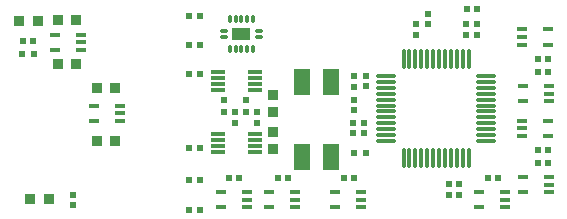
<source format=gbp>
%FSLAX44Y44*%
%MOMM*%
G71*
G01*
G75*
G04 Layer_Color=128*
%ADD10R,1.3000X0.4500*%
%ADD11R,2.7940X0.7366*%
%ADD12R,0.5000X0.2000*%
%ADD13R,0.7620X0.7620*%
%ADD14R,0.3000X0.3000*%
%ADD15R,0.7620X0.7620*%
%ADD16R,0.6200X0.5700*%
%ADD17C,0.1500*%
%ADD18C,0.2540*%
%ADD19R,1.5240X1.5240*%
%ADD20C,1.5240*%
%ADD21C,0.8000*%
%ADD22O,1.8000X1.1500*%
%ADD23O,2.0000X1.4500*%
%ADD24R,1.8000X1.8000*%
%ADD25C,1.8000*%
%ADD26C,0.6100*%
%ADD27C,0.6000*%
%ADD28R,0.5700X0.6200*%
%ADD29R,0.6000X0.5500*%
%ADD30R,1.4000X2.2000*%
%ADD31O,1.7500X0.3500*%
%ADD32O,0.3500X1.7500*%
%ADD33R,0.8500X0.3500*%
%ADD34R,0.9500X0.9500*%
%ADD35R,0.5500X0.6000*%
%ADD36R,0.9700X0.9600*%
%ADD37R,0.9500X0.9500*%
%ADD38R,1.2500X0.3000*%
%ADD39O,0.3000X0.8000*%
%ADD40O,0.8000X0.3000*%
%ADD41R,1.5000X1.0000*%
%ADD42C,3.3000*%
%ADD43C,0.4000*%
%ADD44C,0.2286*%
%ADD45C,0.1778*%
%ADD46R,1.5032X0.6532*%
%ADD47R,2.8956X0.8382*%
%ADD48R,0.7032X0.4032*%
%ADD49R,0.9652X0.9652*%
%ADD50R,0.5032X0.5032*%
%ADD51R,0.9652X0.9652*%
%ADD52R,0.8232X0.7732*%
%ADD53C,0.2032*%
%ADD54R,1.7272X1.7272*%
%ADD55C,1.7272*%
%ADD56C,1.0032*%
%ADD57O,2.0032X1.3532*%
%ADD58O,2.2032X1.6532*%
%ADD59R,2.0032X2.0032*%
%ADD60C,2.0032*%
%ADD61R,0.7732X0.8232*%
%ADD62R,0.8032X0.7532*%
%ADD63R,1.6032X2.4032*%
%ADD64O,1.9532X0.5532*%
%ADD65O,0.5532X1.9532*%
%ADD66R,1.0532X0.5532*%
%ADD67R,1.1532X1.1532*%
%ADD68R,0.7532X0.8032*%
%ADD69R,1.1732X1.1632*%
%ADD70R,1.1532X1.1532*%
%ADD71R,1.4532X0.5032*%
%ADD72O,0.5032X1.0032*%
%ADD73O,1.0032X0.5032*%
%ADD74R,1.7032X1.2032*%
%ADD75C,3.5032*%
D16*
X1580250Y1217050D02*
D03*
Y1207450D02*
D03*
X1633000Y1261050D02*
D03*
Y1251450D02*
D03*
X1669480Y1125850D02*
D03*
Y1116250D02*
D03*
X1660730Y1125850D02*
D03*
Y1116250D02*
D03*
X1684750Y1251450D02*
D03*
Y1261050D02*
D03*
X1675250Y1251450D02*
D03*
Y1261050D02*
D03*
X1470000Y1186950D02*
D03*
Y1196550D02*
D03*
X1488833Y1186950D02*
D03*
Y1196550D02*
D03*
X1498250Y1186800D02*
D03*
Y1177200D02*
D03*
X1479417Y1186800D02*
D03*
Y1177200D02*
D03*
D28*
X1299490Y1235710D02*
D03*
X1309090D02*
D03*
X1590300Y1151750D02*
D03*
X1580700D02*
D03*
X1449800Y1155750D02*
D03*
X1440200D02*
D03*
X1449800Y1218500D02*
D03*
X1440200D02*
D03*
X1449800Y1268250D02*
D03*
X1440200D02*
D03*
X1449800Y1243500D02*
D03*
X1440200D02*
D03*
X1449800Y1103500D02*
D03*
X1440200D02*
D03*
X1449800Y1128750D02*
D03*
X1440200D02*
D03*
D29*
X1579250Y1168750D02*
D03*
Y1177250D02*
D03*
X1580000Y1196750D02*
D03*
Y1188250D02*
D03*
X1342500Y1116000D02*
D03*
Y1107500D02*
D03*
X1590500Y1208250D02*
D03*
Y1216750D02*
D03*
X1588500Y1168750D02*
D03*
Y1177250D02*
D03*
X1643000Y1269750D02*
D03*
Y1261250D02*
D03*
D30*
X1536000Y1211750D02*
D03*
Y1148750D02*
D03*
X1561000Y1211750D02*
D03*
Y1148750D02*
D03*
D31*
X1607500Y1217000D02*
D03*
Y1212000D02*
D03*
Y1207000D02*
D03*
Y1202000D02*
D03*
Y1197000D02*
D03*
Y1192000D02*
D03*
Y1187000D02*
D03*
Y1182000D02*
D03*
Y1177000D02*
D03*
Y1172000D02*
D03*
Y1167000D02*
D03*
Y1162000D02*
D03*
X1692000D02*
D03*
Y1167000D02*
D03*
Y1172000D02*
D03*
Y1177000D02*
D03*
Y1182000D02*
D03*
Y1187000D02*
D03*
Y1192000D02*
D03*
Y1197000D02*
D03*
Y1202000D02*
D03*
Y1207000D02*
D03*
Y1212000D02*
D03*
Y1217000D02*
D03*
D32*
X1622250Y1147250D02*
D03*
X1627250D02*
D03*
X1632250D02*
D03*
X1637250D02*
D03*
X1642250D02*
D03*
X1647250D02*
D03*
X1652250D02*
D03*
X1657250D02*
D03*
X1662250D02*
D03*
X1667250D02*
D03*
X1672250D02*
D03*
X1677250D02*
D03*
Y1231750D02*
D03*
X1672250D02*
D03*
X1667250D02*
D03*
X1662250D02*
D03*
X1647250D02*
D03*
X1642250D02*
D03*
X1637250D02*
D03*
X1632250D02*
D03*
X1627250D02*
D03*
X1622250D02*
D03*
X1657250D02*
D03*
X1652250D02*
D03*
D33*
X1708150Y1118730D02*
D03*
Y1112230D02*
D03*
Y1105730D02*
D03*
X1686150D02*
D03*
Y1118730D02*
D03*
X1382500Y1192000D02*
D03*
Y1185500D02*
D03*
Y1179000D02*
D03*
X1360500D02*
D03*
Y1192000D02*
D03*
X1349250Y1252000D02*
D03*
Y1245500D02*
D03*
Y1239000D02*
D03*
X1327250D02*
D03*
Y1252000D02*
D03*
X1745080Y1131430D02*
D03*
Y1124930D02*
D03*
Y1118430D02*
D03*
X1723080D02*
D03*
Y1131430D02*
D03*
X1722580Y1243530D02*
D03*
Y1250030D02*
D03*
Y1256530D02*
D03*
X1744580D02*
D03*
Y1243530D02*
D03*
X1722580Y1166247D02*
D03*
Y1172747D02*
D03*
Y1179247D02*
D03*
X1744580D02*
D03*
Y1166247D02*
D03*
X1530350Y1118870D02*
D03*
Y1112370D02*
D03*
Y1105870D02*
D03*
X1508350D02*
D03*
Y1118870D02*
D03*
X1489710D02*
D03*
Y1112370D02*
D03*
Y1105870D02*
D03*
X1467710D02*
D03*
Y1118870D02*
D03*
X1586230Y1118730D02*
D03*
Y1112230D02*
D03*
Y1105730D02*
D03*
X1564230D02*
D03*
Y1118730D02*
D03*
X1745080Y1208713D02*
D03*
Y1202213D02*
D03*
Y1195713D02*
D03*
X1723080D02*
D03*
Y1208713D02*
D03*
D34*
X1377580Y1162090D02*
D03*
X1363080D02*
D03*
X1377580Y1206500D02*
D03*
X1363080D02*
D03*
X1330000Y1227000D02*
D03*
X1344500D02*
D03*
Y1264500D02*
D03*
X1330000D02*
D03*
D35*
X1308250Y1246750D02*
D03*
X1299750D02*
D03*
X1676250Y1274000D02*
D03*
X1684750D02*
D03*
X1744830Y1143430D02*
D03*
X1736330D02*
D03*
X1474030Y1130300D02*
D03*
X1482530D02*
D03*
X1515940D02*
D03*
X1524440D02*
D03*
X1571820D02*
D03*
X1580320D02*
D03*
X1693740D02*
D03*
X1702240D02*
D03*
X1744330Y1231780D02*
D03*
X1735830D02*
D03*
X1744830Y1154580D02*
D03*
X1736330D02*
D03*
X1735830Y1220630D02*
D03*
X1744330D02*
D03*
D36*
X1296850Y1263500D02*
D03*
X1313150D02*
D03*
X1322150Y1112750D02*
D03*
X1305850D02*
D03*
D37*
X1511750Y1186500D02*
D03*
Y1201000D02*
D03*
Y1169750D02*
D03*
Y1155250D02*
D03*
D38*
X1496790Y1220250D02*
D03*
Y1215250D02*
D03*
Y1210250D02*
D03*
Y1205250D02*
D03*
X1465210Y1220250D02*
D03*
Y1215250D02*
D03*
Y1210250D02*
D03*
Y1205250D02*
D03*
X1496790Y1167750D02*
D03*
Y1162750D02*
D03*
Y1157750D02*
D03*
Y1152750D02*
D03*
X1465210Y1167750D02*
D03*
Y1162750D02*
D03*
Y1157750D02*
D03*
Y1152750D02*
D03*
D39*
X1495000Y1240000D02*
D03*
X1490000D02*
D03*
X1485000D02*
D03*
X1480000D02*
D03*
X1475000D02*
D03*
Y1265000D02*
D03*
X1480000D02*
D03*
X1485000D02*
D03*
X1490000D02*
D03*
X1495000D02*
D03*
D40*
X1470000Y1250000D02*
D03*
Y1255000D02*
D03*
X1500000D02*
D03*
Y1250000D02*
D03*
D41*
X1485000Y1252500D02*
D03*
M02*

</source>
